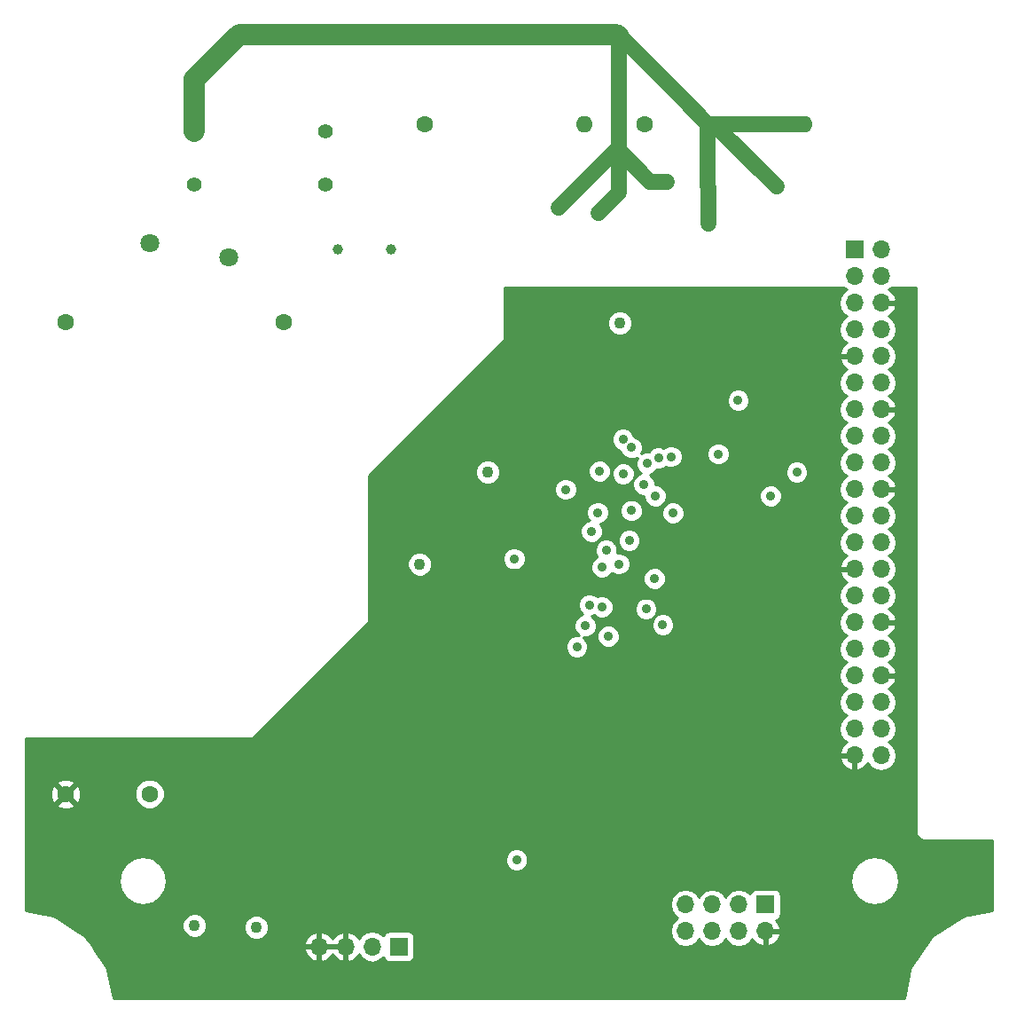
<source format=gbr>
G04 #@! TF.FileFunction,Copper,L2,Inr,Plane*
%FSLAX46Y46*%
G04 Gerber Fmt 4.6, Leading zero omitted, Abs format (unit mm)*
G04 Created by KiCad (PCBNEW 4.0.7) date Fri May 11 12:16:42 2018*
%MOMM*%
%LPD*%
G01*
G04 APERTURE LIST*
%ADD10C,0.100000*%
%ADD11C,1.800000*%
%ADD12C,1.000000*%
%ADD13C,1.400000*%
%ADD14R,1.700000X1.700000*%
%ADD15O,1.700000X1.700000*%
%ADD16C,1.600000*%
%ADD17O,1.600000X1.600000*%
%ADD18C,1.100000*%
%ADD19C,0.900000*%
%ADD20C,1.500000*%
%ADD21C,2.000000*%
%ADD22C,0.254000*%
G04 APERTURE END LIST*
D10*
D11*
X115750000Y-89250000D03*
X108250000Y-87850000D03*
D12*
X131290000Y-88500000D03*
X126210000Y-88500000D03*
D13*
X125000000Y-82290000D03*
X125000000Y-77210000D03*
X112500000Y-82290000D03*
X112500000Y-77210000D03*
D14*
X132000000Y-155000000D03*
D15*
X129460000Y-155000000D03*
X126920000Y-155000000D03*
X124380000Y-155000000D03*
D16*
X155500000Y-76500000D03*
D17*
X170740000Y-76500000D03*
D16*
X134500000Y-76500000D03*
D17*
X149740000Y-76500000D03*
D14*
X167000000Y-151000000D03*
D15*
X167000000Y-153540000D03*
X164460000Y-151000000D03*
X164460000Y-153540000D03*
X161920000Y-151000000D03*
X161920000Y-153540000D03*
X159380000Y-151000000D03*
X159380000Y-153540000D03*
D14*
X175500000Y-88500000D03*
D15*
X178040000Y-88500000D03*
X175500000Y-91040000D03*
X178040000Y-91040000D03*
X175500000Y-93580000D03*
X178040000Y-93580000D03*
X175500000Y-96120000D03*
X178040000Y-96120000D03*
X175500000Y-98660000D03*
X178040000Y-98660000D03*
X175500000Y-101200000D03*
X178040000Y-101200000D03*
X175500000Y-103740000D03*
X178040000Y-103740000D03*
X175500000Y-106280000D03*
X178040000Y-106280000D03*
X175500000Y-108820000D03*
X178040000Y-108820000D03*
X175500000Y-111360000D03*
X178040000Y-111360000D03*
X175500000Y-113900000D03*
X178040000Y-113900000D03*
X175500000Y-116440000D03*
X178040000Y-116440000D03*
X175500000Y-118980000D03*
X178040000Y-118980000D03*
X175500000Y-121520000D03*
X178040000Y-121520000D03*
X175500000Y-124060000D03*
X178040000Y-124060000D03*
X175500000Y-126600000D03*
X178040000Y-126600000D03*
X175500000Y-129140000D03*
X178040000Y-129140000D03*
X175500000Y-131680000D03*
X178040000Y-131680000D03*
X175500000Y-134220000D03*
X178040000Y-134220000D03*
X175500000Y-136760000D03*
X178040000Y-136760000D03*
D16*
X108200000Y-140450000D03*
X100200000Y-140450000D03*
X121000000Y-95450000D03*
X100200000Y-95450000D03*
D18*
X161580000Y-86010000D03*
X168080000Y-82510000D03*
X147250000Y-84500000D03*
X157580000Y-82010000D03*
X151080000Y-85010000D03*
X119000000Y-155750000D03*
D19*
X142830000Y-94510000D03*
X145830000Y-95510000D03*
X148580000Y-96510000D03*
X150830000Y-93760000D03*
X169080000Y-96260000D03*
X161580000Y-94260000D03*
X159830000Y-93510000D03*
D18*
X116600000Y-147400000D03*
D19*
X149000000Y-108000000D03*
X154000000Y-114800000D03*
X142250000Y-120000000D03*
X163670000Y-120890000D03*
X162170000Y-126390000D03*
X143300000Y-154500000D03*
X149300000Y-154500000D03*
X146300000Y-154500000D03*
X145420000Y-113390000D03*
X152420000Y-107890000D03*
X144170000Y-104890000D03*
X159920000Y-115140000D03*
X153670000Y-122890000D03*
X157200000Y-124300000D03*
X164400000Y-102900000D03*
X155600000Y-122800000D03*
X143000000Y-118000000D03*
X156420000Y-119890000D03*
X153420000Y-109890000D03*
X147920000Y-111390000D03*
X158170000Y-113640000D03*
D18*
X112500000Y-153000000D03*
X118400000Y-153200000D03*
X140500000Y-109750000D03*
X134000000Y-118500000D03*
X153080000Y-95510000D03*
D19*
X143250000Y-146750000D03*
X150400000Y-115400000D03*
X153400000Y-106600000D03*
X152000000Y-125400000D03*
X151800000Y-117200000D03*
X151400000Y-118800000D03*
X151400000Y-122600000D03*
X149800000Y-124400000D03*
X150200000Y-122400000D03*
X151170000Y-109640000D03*
X149000000Y-126400000D03*
X154000000Y-116250000D03*
X170000000Y-109750000D03*
X167500000Y-112000000D03*
X153000000Y-118500000D03*
X162500000Y-108000000D03*
X154200000Y-113400000D03*
X158000000Y-108250000D03*
X156500000Y-112000000D03*
X156800000Y-108400000D03*
X155700000Y-108900000D03*
X155400000Y-110900000D03*
X154200000Y-107400000D03*
X151000000Y-113600000D03*
D20*
X161500000Y-76500000D02*
X162070000Y-76500000D01*
X162070000Y-76500000D02*
X168080000Y-82510000D01*
X161500000Y-76500000D02*
X161500000Y-82500000D01*
X161500000Y-82500000D02*
X161580000Y-82580000D01*
X159000000Y-74000000D02*
X161500000Y-76500000D01*
X161500000Y-76500000D02*
X168000000Y-76500000D01*
X161580000Y-86010000D02*
X161580000Y-82580000D01*
X153000000Y-68000000D02*
X159000000Y-74000000D01*
X153000000Y-78750000D02*
X153000000Y-79000000D01*
X156010000Y-82010000D02*
X157580000Y-82010000D01*
X153000000Y-79000000D02*
X156010000Y-82010000D01*
X153000000Y-78000000D02*
X153000000Y-78750000D01*
X153000000Y-78750000D02*
X153000000Y-78750000D01*
X153000000Y-78750000D02*
X147250000Y-84500000D01*
X170740000Y-76500000D02*
X168000000Y-76500000D01*
D21*
X112500000Y-77210000D02*
X112500000Y-72250000D01*
X112500000Y-72250000D02*
X116750000Y-68000000D01*
X116750000Y-68000000D02*
X152800000Y-68000000D01*
X152800000Y-68000000D02*
X153000000Y-68200000D01*
D20*
X153000000Y-68000000D02*
X153000000Y-68200000D01*
X153000000Y-68200000D02*
X153000000Y-76500000D01*
X153000000Y-76500000D02*
X153000000Y-78000000D01*
X153000000Y-78000000D02*
X153000000Y-80500000D01*
X153000000Y-80500000D02*
X153000000Y-83000000D01*
X153000000Y-83000000D02*
X153000000Y-83090000D01*
X153000000Y-83090000D02*
X151080000Y-85010000D01*
X116750000Y-68000000D02*
X112500000Y-72250000D01*
D22*
G36*
X174750026Y-92310000D02*
X174420853Y-92529946D01*
X174098946Y-93011715D01*
X173985907Y-93580000D01*
X174098946Y-94148285D01*
X174420853Y-94630054D01*
X174750026Y-94850000D01*
X174420853Y-95069946D01*
X174098946Y-95551715D01*
X173985907Y-96120000D01*
X174098946Y-96688285D01*
X174420853Y-97170054D01*
X174761553Y-97397702D01*
X174618642Y-97464817D01*
X174228355Y-97893076D01*
X174058524Y-98303110D01*
X174179845Y-98533000D01*
X175373000Y-98533000D01*
X175373000Y-98513000D01*
X175627000Y-98513000D01*
X175627000Y-98533000D01*
X175647000Y-98533000D01*
X175647000Y-98787000D01*
X175627000Y-98787000D01*
X175627000Y-98807000D01*
X175373000Y-98807000D01*
X175373000Y-98787000D01*
X174179845Y-98787000D01*
X174058524Y-99016890D01*
X174228355Y-99426924D01*
X174618642Y-99855183D01*
X174761553Y-99922298D01*
X174420853Y-100149946D01*
X174098946Y-100631715D01*
X173985907Y-101200000D01*
X174098946Y-101768285D01*
X174420853Y-102250054D01*
X174750026Y-102470000D01*
X174420853Y-102689946D01*
X174098946Y-103171715D01*
X173985907Y-103740000D01*
X174098946Y-104308285D01*
X174420853Y-104790054D01*
X174750026Y-105010000D01*
X174420853Y-105229946D01*
X174098946Y-105711715D01*
X173985907Y-106280000D01*
X174098946Y-106848285D01*
X174420853Y-107330054D01*
X174750026Y-107550000D01*
X174420853Y-107769946D01*
X174098946Y-108251715D01*
X173985907Y-108820000D01*
X174098946Y-109388285D01*
X174420853Y-109870054D01*
X174750026Y-110090000D01*
X174420853Y-110309946D01*
X174098946Y-110791715D01*
X173985907Y-111360000D01*
X174098946Y-111928285D01*
X174420853Y-112410054D01*
X174750026Y-112630000D01*
X174420853Y-112849946D01*
X174098946Y-113331715D01*
X173985907Y-113900000D01*
X174098946Y-114468285D01*
X174420853Y-114950054D01*
X174750026Y-115170000D01*
X174420853Y-115389946D01*
X174098946Y-115871715D01*
X173985907Y-116440000D01*
X174098946Y-117008285D01*
X174420853Y-117490054D01*
X174761553Y-117717702D01*
X174618642Y-117784817D01*
X174228355Y-118213076D01*
X174058524Y-118623110D01*
X174179845Y-118853000D01*
X175373000Y-118853000D01*
X175373000Y-118833000D01*
X175627000Y-118833000D01*
X175627000Y-118853000D01*
X175647000Y-118853000D01*
X175647000Y-119107000D01*
X175627000Y-119107000D01*
X175627000Y-119127000D01*
X175373000Y-119127000D01*
X175373000Y-119107000D01*
X174179845Y-119107000D01*
X174058524Y-119336890D01*
X174228355Y-119746924D01*
X174618642Y-120175183D01*
X174761553Y-120242298D01*
X174420853Y-120469946D01*
X174098946Y-120951715D01*
X173985907Y-121520000D01*
X174098946Y-122088285D01*
X174420853Y-122570054D01*
X174750026Y-122790000D01*
X174420853Y-123009946D01*
X174098946Y-123491715D01*
X173985907Y-124060000D01*
X174098946Y-124628285D01*
X174420853Y-125110054D01*
X174750026Y-125330000D01*
X174420853Y-125549946D01*
X174098946Y-126031715D01*
X173985907Y-126600000D01*
X174098946Y-127168285D01*
X174420853Y-127650054D01*
X174750026Y-127870000D01*
X174420853Y-128089946D01*
X174098946Y-128571715D01*
X173985907Y-129140000D01*
X174098946Y-129708285D01*
X174420853Y-130190054D01*
X174750026Y-130410000D01*
X174420853Y-130629946D01*
X174098946Y-131111715D01*
X173985907Y-131680000D01*
X174098946Y-132248285D01*
X174420853Y-132730054D01*
X174750026Y-132950000D01*
X174420853Y-133169946D01*
X174098946Y-133651715D01*
X173985907Y-134220000D01*
X174098946Y-134788285D01*
X174420853Y-135270054D01*
X174761553Y-135497702D01*
X174618642Y-135564817D01*
X174228355Y-135993076D01*
X174058524Y-136403110D01*
X174179845Y-136633000D01*
X175373000Y-136633000D01*
X175373000Y-136613000D01*
X175627000Y-136613000D01*
X175627000Y-136633000D01*
X175647000Y-136633000D01*
X175647000Y-136887000D01*
X175627000Y-136887000D01*
X175627000Y-138080819D01*
X175856892Y-138201486D01*
X176381358Y-137955183D01*
X176771645Y-137526924D01*
X176771655Y-137526899D01*
X176960853Y-137810054D01*
X177442622Y-138131961D01*
X178010907Y-138245000D01*
X178069093Y-138245000D01*
X178637378Y-138131961D01*
X179119147Y-137810054D01*
X179441054Y-137328285D01*
X179554093Y-136760000D01*
X179441054Y-136191715D01*
X179119147Y-135709946D01*
X178789974Y-135490000D01*
X179119147Y-135270054D01*
X179441054Y-134788285D01*
X179554093Y-134220000D01*
X179441054Y-133651715D01*
X179119147Y-133169946D01*
X178789974Y-132950000D01*
X179119147Y-132730054D01*
X179441054Y-132248285D01*
X179554093Y-131680000D01*
X179441054Y-131111715D01*
X179119147Y-130629946D01*
X178778447Y-130402298D01*
X178921358Y-130335183D01*
X179311645Y-129906924D01*
X179481476Y-129496890D01*
X179360155Y-129267000D01*
X178167000Y-129267000D01*
X178167000Y-129287000D01*
X177913000Y-129287000D01*
X177913000Y-129267000D01*
X177893000Y-129267000D01*
X177893000Y-129013000D01*
X177913000Y-129013000D01*
X177913000Y-128993000D01*
X178167000Y-128993000D01*
X178167000Y-129013000D01*
X179360155Y-129013000D01*
X179481476Y-128783110D01*
X179311645Y-128373076D01*
X178921358Y-127944817D01*
X178778447Y-127877702D01*
X179119147Y-127650054D01*
X179441054Y-127168285D01*
X179554093Y-126600000D01*
X179441054Y-126031715D01*
X179119147Y-125549946D01*
X178778447Y-125322298D01*
X178921358Y-125255183D01*
X179311645Y-124826924D01*
X179481476Y-124416890D01*
X179360155Y-124187000D01*
X178167000Y-124187000D01*
X178167000Y-124207000D01*
X177913000Y-124207000D01*
X177913000Y-124187000D01*
X177893000Y-124187000D01*
X177893000Y-123933000D01*
X177913000Y-123933000D01*
X177913000Y-123913000D01*
X178167000Y-123913000D01*
X178167000Y-123933000D01*
X179360155Y-123933000D01*
X179481476Y-123703110D01*
X179311645Y-123293076D01*
X178921358Y-122864817D01*
X178778447Y-122797702D01*
X179119147Y-122570054D01*
X179441054Y-122088285D01*
X179554093Y-121520000D01*
X179441054Y-120951715D01*
X179119147Y-120469946D01*
X178789974Y-120250000D01*
X179119147Y-120030054D01*
X179441054Y-119548285D01*
X179554093Y-118980000D01*
X179441054Y-118411715D01*
X179119147Y-117929946D01*
X178789974Y-117710000D01*
X179119147Y-117490054D01*
X179441054Y-117008285D01*
X179554093Y-116440000D01*
X179441054Y-115871715D01*
X179119147Y-115389946D01*
X178789974Y-115170000D01*
X179119147Y-114950054D01*
X179441054Y-114468285D01*
X179554093Y-113900000D01*
X179441054Y-113331715D01*
X179119147Y-112849946D01*
X178778447Y-112622298D01*
X178921358Y-112555183D01*
X179311645Y-112126924D01*
X179481476Y-111716890D01*
X179360155Y-111487000D01*
X178167000Y-111487000D01*
X178167000Y-111507000D01*
X177913000Y-111507000D01*
X177913000Y-111487000D01*
X177893000Y-111487000D01*
X177893000Y-111233000D01*
X177913000Y-111233000D01*
X177913000Y-111213000D01*
X178167000Y-111213000D01*
X178167000Y-111233000D01*
X179360155Y-111233000D01*
X179481476Y-111003110D01*
X179311645Y-110593076D01*
X178921358Y-110164817D01*
X178778447Y-110097702D01*
X179119147Y-109870054D01*
X179441054Y-109388285D01*
X179554093Y-108820000D01*
X179441054Y-108251715D01*
X179119147Y-107769946D01*
X178789974Y-107550000D01*
X179119147Y-107330054D01*
X179441054Y-106848285D01*
X179554093Y-106280000D01*
X179441054Y-105711715D01*
X179119147Y-105229946D01*
X178778447Y-105002298D01*
X178921358Y-104935183D01*
X179311645Y-104506924D01*
X179481476Y-104096890D01*
X179360155Y-103867000D01*
X178167000Y-103867000D01*
X178167000Y-103887000D01*
X177913000Y-103887000D01*
X177913000Y-103867000D01*
X177893000Y-103867000D01*
X177893000Y-103613000D01*
X177913000Y-103613000D01*
X177913000Y-103593000D01*
X178167000Y-103593000D01*
X178167000Y-103613000D01*
X179360155Y-103613000D01*
X179481476Y-103383110D01*
X179311645Y-102973076D01*
X178921358Y-102544817D01*
X178778447Y-102477702D01*
X179119147Y-102250054D01*
X179441054Y-101768285D01*
X179554093Y-101200000D01*
X179441054Y-100631715D01*
X179119147Y-100149946D01*
X178789974Y-99930000D01*
X179119147Y-99710054D01*
X179441054Y-99228285D01*
X179554093Y-98660000D01*
X179441054Y-98091715D01*
X179119147Y-97609946D01*
X178789974Y-97390000D01*
X179119147Y-97170054D01*
X179441054Y-96688285D01*
X179554093Y-96120000D01*
X179441054Y-95551715D01*
X179119147Y-95069946D01*
X178778447Y-94842298D01*
X178921358Y-94775183D01*
X179311645Y-94346924D01*
X179481476Y-93936890D01*
X179360155Y-93707000D01*
X178167000Y-93707000D01*
X178167000Y-93727000D01*
X177913000Y-93727000D01*
X177913000Y-93707000D01*
X177893000Y-93707000D01*
X177893000Y-93453000D01*
X177913000Y-93453000D01*
X177913000Y-93433000D01*
X178167000Y-93433000D01*
X178167000Y-93453000D01*
X179360155Y-93453000D01*
X179481476Y-93223110D01*
X179311645Y-92813076D01*
X178921358Y-92384817D01*
X178778447Y-92317702D01*
X179063853Y-92127000D01*
X181390000Y-92127000D01*
X181390000Y-144150000D01*
X181444046Y-144421705D01*
X181597954Y-144652046D01*
X181828295Y-144805954D01*
X182100000Y-144860000D01*
X188640000Y-144860000D01*
X188640000Y-151567318D01*
X185958677Y-152100666D01*
X185866262Y-152138946D01*
X185702736Y-152206680D01*
X182945137Y-154049249D01*
X182749249Y-154245137D01*
X180906681Y-157002736D01*
X180906681Y-157002737D01*
X180800666Y-157258677D01*
X180267318Y-159940000D01*
X104732682Y-159940000D01*
X104199334Y-157258677D01*
X104146326Y-157130706D01*
X104093320Y-157002736D01*
X102993603Y-155356892D01*
X122938514Y-155356892D01*
X123184817Y-155881358D01*
X123613076Y-156271645D01*
X124023110Y-156441476D01*
X124253000Y-156320155D01*
X124253000Y-155127000D01*
X124507000Y-155127000D01*
X124507000Y-156320155D01*
X124736890Y-156441476D01*
X125146924Y-156271645D01*
X125575183Y-155881358D01*
X125650000Y-155722046D01*
X125724817Y-155881358D01*
X126153076Y-156271645D01*
X126563110Y-156441476D01*
X126793000Y-156320155D01*
X126793000Y-155127000D01*
X124507000Y-155127000D01*
X124253000Y-155127000D01*
X123059181Y-155127000D01*
X122938514Y-155356892D01*
X102993603Y-155356892D01*
X102516668Y-154643108D01*
X122938514Y-154643108D01*
X123059181Y-154873000D01*
X124253000Y-154873000D01*
X124253000Y-153679845D01*
X124507000Y-153679845D01*
X124507000Y-154873000D01*
X126793000Y-154873000D01*
X126793000Y-153679845D01*
X127047000Y-153679845D01*
X127047000Y-154873000D01*
X127067000Y-154873000D01*
X127067000Y-155127000D01*
X127047000Y-155127000D01*
X127047000Y-156320155D01*
X127276890Y-156441476D01*
X127686924Y-156271645D01*
X128115183Y-155881358D01*
X128182298Y-155738447D01*
X128409946Y-156079147D01*
X128891715Y-156401054D01*
X129460000Y-156514093D01*
X130028285Y-156401054D01*
X130510054Y-156079147D01*
X130537850Y-156037548D01*
X130546838Y-156085317D01*
X130685910Y-156301441D01*
X130898110Y-156446431D01*
X131150000Y-156497440D01*
X132850000Y-156497440D01*
X133085317Y-156453162D01*
X133301441Y-156314090D01*
X133446431Y-156101890D01*
X133497440Y-155850000D01*
X133497440Y-154150000D01*
X133453162Y-153914683D01*
X133314090Y-153698559D01*
X133101890Y-153553569D01*
X132850000Y-153502560D01*
X131150000Y-153502560D01*
X130914683Y-153546838D01*
X130698559Y-153685910D01*
X130553569Y-153898110D01*
X130539914Y-153965541D01*
X130510054Y-153920853D01*
X130028285Y-153598946D01*
X129460000Y-153485907D01*
X128891715Y-153598946D01*
X128409946Y-153920853D01*
X128182298Y-154261553D01*
X128115183Y-154118642D01*
X127686924Y-153728355D01*
X127276890Y-153558524D01*
X127047000Y-153679845D01*
X126793000Y-153679845D01*
X126563110Y-153558524D01*
X126153076Y-153728355D01*
X125724817Y-154118642D01*
X125650000Y-154277954D01*
X125575183Y-154118642D01*
X125146924Y-153728355D01*
X124736890Y-153558524D01*
X124507000Y-153679845D01*
X124253000Y-153679845D01*
X124023110Y-153558524D01*
X123613076Y-153728355D01*
X123184817Y-154118642D01*
X122938514Y-154643108D01*
X102516668Y-154643108D01*
X102250751Y-154245137D01*
X102054863Y-154049249D01*
X100835770Y-153234677D01*
X111314794Y-153234677D01*
X111494820Y-153670372D01*
X111827875Y-154004009D01*
X112263255Y-154184794D01*
X112734677Y-154185206D01*
X113170372Y-154005180D01*
X113504009Y-153672125D01*
X113602605Y-153434677D01*
X117214794Y-153434677D01*
X117394820Y-153870372D01*
X117727875Y-154204009D01*
X118163255Y-154384794D01*
X118634677Y-154385206D01*
X119070372Y-154205180D01*
X119404009Y-153872125D01*
X119584794Y-153436745D01*
X119585206Y-152965323D01*
X119405180Y-152529628D01*
X119072125Y-152195991D01*
X118636745Y-152015206D01*
X118165323Y-152014794D01*
X117729628Y-152194820D01*
X117395991Y-152527875D01*
X117215206Y-152963255D01*
X117214794Y-153434677D01*
X113602605Y-153434677D01*
X113684794Y-153236745D01*
X113685206Y-152765323D01*
X113505180Y-152329628D01*
X113172125Y-151995991D01*
X112736745Y-151815206D01*
X112265323Y-151814794D01*
X111829628Y-151994820D01*
X111495991Y-152327875D01*
X111315206Y-152763255D01*
X111314794Y-153234677D01*
X100835770Y-153234677D01*
X99297264Y-152206681D01*
X99160424Y-152150000D01*
X99041323Y-152100666D01*
X96360000Y-151567318D01*
X96360000Y-148738000D01*
X105252600Y-148738000D01*
X105428438Y-149621999D01*
X105929183Y-150371417D01*
X106678601Y-150872162D01*
X107562600Y-151048000D01*
X107950173Y-150970907D01*
X157895000Y-150970907D01*
X157895000Y-151029093D01*
X158008039Y-151597378D01*
X158329946Y-152079147D01*
X158615578Y-152270000D01*
X158329946Y-152460853D01*
X158008039Y-152942622D01*
X157895000Y-153510907D01*
X157895000Y-153569093D01*
X158008039Y-154137378D01*
X158329946Y-154619147D01*
X158811715Y-154941054D01*
X159380000Y-155054093D01*
X159948285Y-154941054D01*
X160430054Y-154619147D01*
X160650000Y-154289974D01*
X160869946Y-154619147D01*
X161351715Y-154941054D01*
X161920000Y-155054093D01*
X162488285Y-154941054D01*
X162970054Y-154619147D01*
X163190000Y-154289974D01*
X163409946Y-154619147D01*
X163891715Y-154941054D01*
X164460000Y-155054093D01*
X165028285Y-154941054D01*
X165510054Y-154619147D01*
X165737702Y-154278447D01*
X165804817Y-154421358D01*
X166233076Y-154811645D01*
X166643110Y-154981476D01*
X166873000Y-154860155D01*
X166873000Y-153667000D01*
X167127000Y-153667000D01*
X167127000Y-154860155D01*
X167356890Y-154981476D01*
X167766924Y-154811645D01*
X168195183Y-154421358D01*
X168441486Y-153896892D01*
X168320819Y-153667000D01*
X167127000Y-153667000D01*
X166873000Y-153667000D01*
X166853000Y-153667000D01*
X166853000Y-153413000D01*
X166873000Y-153413000D01*
X166873000Y-153393000D01*
X167127000Y-153393000D01*
X167127000Y-153413000D01*
X168320819Y-153413000D01*
X168441486Y-153183108D01*
X168195183Y-152658642D01*
X167989496Y-152471192D01*
X168085317Y-152453162D01*
X168301441Y-152314090D01*
X168446431Y-152101890D01*
X168497440Y-151850000D01*
X168497440Y-150150000D01*
X168453162Y-149914683D01*
X168314090Y-149698559D01*
X168101890Y-149553569D01*
X167850000Y-149502560D01*
X166150000Y-149502560D01*
X165914683Y-149546838D01*
X165698559Y-149685910D01*
X165553569Y-149898110D01*
X165539914Y-149965541D01*
X165510054Y-149920853D01*
X165028285Y-149598946D01*
X164460000Y-149485907D01*
X163891715Y-149598946D01*
X163409946Y-149920853D01*
X163190000Y-150250026D01*
X162970054Y-149920853D01*
X162488285Y-149598946D01*
X161920000Y-149485907D01*
X161351715Y-149598946D01*
X160869946Y-149920853D01*
X160650000Y-150250026D01*
X160430054Y-149920853D01*
X159948285Y-149598946D01*
X159380000Y-149485907D01*
X158811715Y-149598946D01*
X158329946Y-149920853D01*
X158008039Y-150402622D01*
X157895000Y-150970907D01*
X107950173Y-150970907D01*
X108446599Y-150872162D01*
X109196017Y-150371417D01*
X109696762Y-149621999D01*
X109872600Y-148738000D01*
X175127400Y-148738000D01*
X175303238Y-149621999D01*
X175803983Y-150371417D01*
X176553401Y-150872162D01*
X177437400Y-151048000D01*
X178321399Y-150872162D01*
X179070817Y-150371417D01*
X179571562Y-149621999D01*
X179747400Y-148738000D01*
X179571562Y-147854001D01*
X179070817Y-147104583D01*
X178321399Y-146603838D01*
X177437400Y-146428000D01*
X176553401Y-146603838D01*
X175803983Y-147104583D01*
X175303238Y-147854001D01*
X175127400Y-148738000D01*
X109872600Y-148738000D01*
X109696762Y-147854001D01*
X109196017Y-147104583D01*
X108986927Y-146964873D01*
X142164812Y-146964873D01*
X142329646Y-147363800D01*
X142634595Y-147669282D01*
X143033233Y-147834811D01*
X143464873Y-147835188D01*
X143863800Y-147670354D01*
X144169282Y-147365405D01*
X144334811Y-146966767D01*
X144335188Y-146535127D01*
X144170354Y-146136200D01*
X143865405Y-145830718D01*
X143466767Y-145665189D01*
X143035127Y-145664812D01*
X142636200Y-145829646D01*
X142330718Y-146134595D01*
X142165189Y-146533233D01*
X142164812Y-146964873D01*
X108986927Y-146964873D01*
X108446599Y-146603838D01*
X107562600Y-146428000D01*
X106678601Y-146603838D01*
X105929183Y-147104583D01*
X105428438Y-147854001D01*
X105252600Y-148738000D01*
X96360000Y-148738000D01*
X96360000Y-141457745D01*
X99371861Y-141457745D01*
X99445995Y-141703864D01*
X99983223Y-141896965D01*
X100553454Y-141869778D01*
X100954005Y-141703864D01*
X101028139Y-141457745D01*
X100200000Y-140629605D01*
X99371861Y-141457745D01*
X96360000Y-141457745D01*
X96360000Y-140233223D01*
X98753035Y-140233223D01*
X98780222Y-140803454D01*
X98946136Y-141204005D01*
X99192255Y-141278139D01*
X100020395Y-140450000D01*
X100379605Y-140450000D01*
X101207745Y-141278139D01*
X101453864Y-141204005D01*
X101622735Y-140734187D01*
X106764752Y-140734187D01*
X106982757Y-141261800D01*
X107386077Y-141665824D01*
X107913309Y-141884750D01*
X108484187Y-141885248D01*
X109011800Y-141667243D01*
X109415824Y-141263923D01*
X109634750Y-140736691D01*
X109635248Y-140165813D01*
X109417243Y-139638200D01*
X109013923Y-139234176D01*
X108486691Y-139015250D01*
X107915813Y-139014752D01*
X107388200Y-139232757D01*
X106984176Y-139636077D01*
X106765250Y-140163309D01*
X106764752Y-140734187D01*
X101622735Y-140734187D01*
X101646965Y-140666777D01*
X101619778Y-140096546D01*
X101453864Y-139695995D01*
X101207745Y-139621861D01*
X100379605Y-140450000D01*
X100020395Y-140450000D01*
X99192255Y-139621861D01*
X98946136Y-139695995D01*
X98753035Y-140233223D01*
X96360000Y-140233223D01*
X96360000Y-139442255D01*
X99371861Y-139442255D01*
X100200000Y-140270395D01*
X101028139Y-139442255D01*
X100954005Y-139196136D01*
X100416777Y-139003035D01*
X99846546Y-139030222D01*
X99445995Y-139196136D01*
X99371861Y-139442255D01*
X96360000Y-139442255D01*
X96360000Y-137116890D01*
X174058524Y-137116890D01*
X174228355Y-137526924D01*
X174618642Y-137955183D01*
X175143108Y-138201486D01*
X175373000Y-138080819D01*
X175373000Y-136887000D01*
X174179845Y-136887000D01*
X174058524Y-137116890D01*
X96360000Y-137116890D01*
X96360000Y-135127000D01*
X118000000Y-135127000D01*
X118049410Y-135116994D01*
X118089803Y-135089803D01*
X126564733Y-126614873D01*
X147914812Y-126614873D01*
X148079646Y-127013800D01*
X148384595Y-127319282D01*
X148783233Y-127484811D01*
X149214873Y-127485188D01*
X149613800Y-127320354D01*
X149919282Y-127015405D01*
X150084811Y-126616767D01*
X150085188Y-126185127D01*
X149920354Y-125786200D01*
X149749326Y-125614873D01*
X150914812Y-125614873D01*
X151079646Y-126013800D01*
X151384595Y-126319282D01*
X151783233Y-126484811D01*
X152214873Y-126485188D01*
X152613800Y-126320354D01*
X152919282Y-126015405D01*
X153084811Y-125616767D01*
X153085188Y-125185127D01*
X152920354Y-124786200D01*
X152649501Y-124514873D01*
X156114812Y-124514873D01*
X156279646Y-124913800D01*
X156584595Y-125219282D01*
X156983233Y-125384811D01*
X157414873Y-125385188D01*
X157813800Y-125220354D01*
X158119282Y-124915405D01*
X158284811Y-124516767D01*
X158285188Y-124085127D01*
X158120354Y-123686200D01*
X157815405Y-123380718D01*
X157416767Y-123215189D01*
X156985127Y-123214812D01*
X156586200Y-123379646D01*
X156280718Y-123684595D01*
X156115189Y-124083233D01*
X156114812Y-124514873D01*
X152649501Y-124514873D01*
X152615405Y-124480718D01*
X152216767Y-124315189D01*
X151785127Y-124314812D01*
X151386200Y-124479646D01*
X151080718Y-124784595D01*
X150915189Y-125183233D01*
X150914812Y-125614873D01*
X149749326Y-125614873D01*
X149619522Y-125484843D01*
X150014873Y-125485188D01*
X150413800Y-125320354D01*
X150719282Y-125015405D01*
X150884811Y-124616767D01*
X150885188Y-124185127D01*
X150720354Y-123786200D01*
X150418409Y-123483727D01*
X150652532Y-123386989D01*
X150784595Y-123519282D01*
X151183233Y-123684811D01*
X151614873Y-123685188D01*
X152013800Y-123520354D01*
X152319282Y-123215405D01*
X152402550Y-123014873D01*
X154514812Y-123014873D01*
X154679646Y-123413800D01*
X154984595Y-123719282D01*
X155383233Y-123884811D01*
X155814873Y-123885188D01*
X156213800Y-123720354D01*
X156519282Y-123415405D01*
X156684811Y-123016767D01*
X156685188Y-122585127D01*
X156520354Y-122186200D01*
X156215405Y-121880718D01*
X155816767Y-121715189D01*
X155385127Y-121714812D01*
X154986200Y-121879646D01*
X154680718Y-122184595D01*
X154515189Y-122583233D01*
X154514812Y-123014873D01*
X152402550Y-123014873D01*
X152484811Y-122816767D01*
X152485188Y-122385127D01*
X152320354Y-121986200D01*
X152015405Y-121680718D01*
X151616767Y-121515189D01*
X151185127Y-121514812D01*
X150947468Y-121613011D01*
X150815405Y-121480718D01*
X150416767Y-121315189D01*
X149985127Y-121314812D01*
X149586200Y-121479646D01*
X149280718Y-121784595D01*
X149115189Y-122183233D01*
X149114812Y-122614873D01*
X149279646Y-123013800D01*
X149581591Y-123316273D01*
X149186200Y-123479646D01*
X148880718Y-123784595D01*
X148715189Y-124183233D01*
X148714812Y-124614873D01*
X148879646Y-125013800D01*
X149180478Y-125315157D01*
X148785127Y-125314812D01*
X148386200Y-125479646D01*
X148080718Y-125784595D01*
X147915189Y-126183233D01*
X147914812Y-126614873D01*
X126564733Y-126614873D01*
X129089803Y-124089803D01*
X129117666Y-124047789D01*
X129127000Y-124000000D01*
X129127000Y-120104873D01*
X155334812Y-120104873D01*
X155499646Y-120503800D01*
X155804595Y-120809282D01*
X156203233Y-120974811D01*
X156634873Y-120975188D01*
X157033800Y-120810354D01*
X157339282Y-120505405D01*
X157504811Y-120106767D01*
X157505188Y-119675127D01*
X157340354Y-119276200D01*
X157035405Y-118970718D01*
X156636767Y-118805189D01*
X156205127Y-118804812D01*
X155806200Y-118969646D01*
X155500718Y-119274595D01*
X155335189Y-119673233D01*
X155334812Y-120104873D01*
X129127000Y-120104873D01*
X129127000Y-118734677D01*
X132814794Y-118734677D01*
X132994820Y-119170372D01*
X133327875Y-119504009D01*
X133763255Y-119684794D01*
X134234677Y-119685206D01*
X134670372Y-119505180D01*
X135004009Y-119172125D01*
X135184794Y-118736745D01*
X135185206Y-118265323D01*
X135164361Y-118214873D01*
X141914812Y-118214873D01*
X142079646Y-118613800D01*
X142384595Y-118919282D01*
X142783233Y-119084811D01*
X143214873Y-119085188D01*
X143385047Y-119014873D01*
X150314812Y-119014873D01*
X150479646Y-119413800D01*
X150784595Y-119719282D01*
X151183233Y-119884811D01*
X151614873Y-119885188D01*
X152013800Y-119720354D01*
X152319282Y-119415405D01*
X152337332Y-119371936D01*
X152384595Y-119419282D01*
X152783233Y-119584811D01*
X153214873Y-119585188D01*
X153613800Y-119420354D01*
X153919282Y-119115405D01*
X154084811Y-118716767D01*
X154085188Y-118285127D01*
X153920354Y-117886200D01*
X153615405Y-117580718D01*
X153216767Y-117415189D01*
X152884813Y-117414899D01*
X152885188Y-116985127D01*
X152720354Y-116586200D01*
X152599239Y-116464873D01*
X152914812Y-116464873D01*
X153079646Y-116863800D01*
X153384595Y-117169282D01*
X153783233Y-117334811D01*
X154214873Y-117335188D01*
X154613800Y-117170354D01*
X154919282Y-116865405D01*
X155084811Y-116466767D01*
X155085188Y-116035127D01*
X154920354Y-115636200D01*
X154615405Y-115330718D01*
X154216767Y-115165189D01*
X153785127Y-115164812D01*
X153386200Y-115329646D01*
X153080718Y-115634595D01*
X152915189Y-116033233D01*
X152914812Y-116464873D01*
X152599239Y-116464873D01*
X152415405Y-116280718D01*
X152016767Y-116115189D01*
X151585127Y-116114812D01*
X151186200Y-116279646D01*
X150880718Y-116584595D01*
X150715189Y-116983233D01*
X150714812Y-117414873D01*
X150879646Y-117813800D01*
X150898894Y-117833082D01*
X150786200Y-117879646D01*
X150480718Y-118184595D01*
X150315189Y-118583233D01*
X150314812Y-119014873D01*
X143385047Y-119014873D01*
X143613800Y-118920354D01*
X143919282Y-118615405D01*
X144084811Y-118216767D01*
X144085188Y-117785127D01*
X143920354Y-117386200D01*
X143615405Y-117080718D01*
X143216767Y-116915189D01*
X142785127Y-116914812D01*
X142386200Y-117079646D01*
X142080718Y-117384595D01*
X141915189Y-117783233D01*
X141914812Y-118214873D01*
X135164361Y-118214873D01*
X135005180Y-117829628D01*
X134672125Y-117495991D01*
X134236745Y-117315206D01*
X133765323Y-117314794D01*
X133329628Y-117494820D01*
X132995991Y-117827875D01*
X132815206Y-118263255D01*
X132814794Y-118734677D01*
X129127000Y-118734677D01*
X129127000Y-115614873D01*
X149314812Y-115614873D01*
X149479646Y-116013800D01*
X149784595Y-116319282D01*
X150183233Y-116484811D01*
X150614873Y-116485188D01*
X151013800Y-116320354D01*
X151319282Y-116015405D01*
X151484811Y-115616767D01*
X151485188Y-115185127D01*
X151320354Y-114786200D01*
X151218162Y-114683829D01*
X151613800Y-114520354D01*
X151919282Y-114215405D01*
X152084811Y-113816767D01*
X152084987Y-113614873D01*
X153114812Y-113614873D01*
X153279646Y-114013800D01*
X153584595Y-114319282D01*
X153983233Y-114484811D01*
X154414873Y-114485188D01*
X154813800Y-114320354D01*
X155119282Y-114015405D01*
X155185940Y-113854873D01*
X157084812Y-113854873D01*
X157249646Y-114253800D01*
X157554595Y-114559282D01*
X157953233Y-114724811D01*
X158384873Y-114725188D01*
X158783800Y-114560354D01*
X159089282Y-114255405D01*
X159254811Y-113856767D01*
X159255188Y-113425127D01*
X159090354Y-113026200D01*
X158785405Y-112720718D01*
X158386767Y-112555189D01*
X157955127Y-112554812D01*
X157556200Y-112719646D01*
X157250718Y-113024595D01*
X157085189Y-113423233D01*
X157084812Y-113854873D01*
X155185940Y-113854873D01*
X155284811Y-113616767D01*
X155285188Y-113185127D01*
X155120354Y-112786200D01*
X154815405Y-112480718D01*
X154416767Y-112315189D01*
X153985127Y-112314812D01*
X153586200Y-112479646D01*
X153280718Y-112784595D01*
X153115189Y-113183233D01*
X153114812Y-113614873D01*
X152084987Y-113614873D01*
X152085188Y-113385127D01*
X151920354Y-112986200D01*
X151615405Y-112680718D01*
X151216767Y-112515189D01*
X150785127Y-112514812D01*
X150386200Y-112679646D01*
X150080718Y-112984595D01*
X149915189Y-113383233D01*
X149914812Y-113814873D01*
X150079646Y-114213800D01*
X150181838Y-114316171D01*
X149786200Y-114479646D01*
X149480718Y-114784595D01*
X149315189Y-115183233D01*
X149314812Y-115614873D01*
X129127000Y-115614873D01*
X129127000Y-111604873D01*
X146834812Y-111604873D01*
X146999646Y-112003800D01*
X147304595Y-112309282D01*
X147703233Y-112474811D01*
X148134873Y-112475188D01*
X148533800Y-112310354D01*
X148839282Y-112005405D01*
X149004811Y-111606767D01*
X149005188Y-111175127D01*
X148840354Y-110776200D01*
X148535405Y-110470718D01*
X148136767Y-110305189D01*
X147705127Y-110304812D01*
X147306200Y-110469646D01*
X147000718Y-110774595D01*
X146835189Y-111173233D01*
X146834812Y-111604873D01*
X129127000Y-111604873D01*
X129127000Y-110052606D01*
X129194929Y-109984677D01*
X139314794Y-109984677D01*
X139494820Y-110420372D01*
X139827875Y-110754009D01*
X140263255Y-110934794D01*
X140734677Y-110935206D01*
X141170372Y-110755180D01*
X141504009Y-110422125D01*
X141684794Y-109986745D01*
X141684909Y-109854873D01*
X150084812Y-109854873D01*
X150249646Y-110253800D01*
X150554595Y-110559282D01*
X150953233Y-110724811D01*
X151384873Y-110725188D01*
X151783800Y-110560354D01*
X152089282Y-110255405D01*
X152151788Y-110104873D01*
X152334812Y-110104873D01*
X152499646Y-110503800D01*
X152804595Y-110809282D01*
X153203233Y-110974811D01*
X153634873Y-110975188D01*
X154033800Y-110810354D01*
X154339282Y-110505405D01*
X154504811Y-110106767D01*
X154505188Y-109675127D01*
X154340354Y-109276200D01*
X154035405Y-108970718D01*
X153636767Y-108805189D01*
X153205127Y-108804812D01*
X152806200Y-108969646D01*
X152500718Y-109274595D01*
X152335189Y-109673233D01*
X152334812Y-110104873D01*
X152151788Y-110104873D01*
X152254811Y-109856767D01*
X152255188Y-109425127D01*
X152090354Y-109026200D01*
X151785405Y-108720718D01*
X151386767Y-108555189D01*
X150955127Y-108554812D01*
X150556200Y-108719646D01*
X150250718Y-109024595D01*
X150085189Y-109423233D01*
X150084812Y-109854873D01*
X141684909Y-109854873D01*
X141685206Y-109515323D01*
X141505180Y-109079628D01*
X141172125Y-108745991D01*
X140736745Y-108565206D01*
X140265323Y-108564794D01*
X139829628Y-108744820D01*
X139495991Y-109077875D01*
X139315206Y-109513255D01*
X139314794Y-109984677D01*
X129194929Y-109984677D01*
X132364733Y-106814873D01*
X152314812Y-106814873D01*
X152479646Y-107213800D01*
X152784595Y-107519282D01*
X153135524Y-107665001D01*
X153279646Y-108013800D01*
X153584595Y-108319282D01*
X153983233Y-108484811D01*
X154414873Y-108485188D01*
X154755943Y-108344260D01*
X154615189Y-108683233D01*
X154614812Y-109114873D01*
X154779646Y-109513800D01*
X155084595Y-109819282D01*
X155129341Y-109837862D01*
X154786200Y-109979646D01*
X154480718Y-110284595D01*
X154315189Y-110683233D01*
X154314812Y-111114873D01*
X154479646Y-111513800D01*
X154784595Y-111819282D01*
X155183233Y-111984811D01*
X155415013Y-111985013D01*
X155414812Y-112214873D01*
X155579646Y-112613800D01*
X155884595Y-112919282D01*
X156283233Y-113084811D01*
X156714873Y-113085188D01*
X157113800Y-112920354D01*
X157419282Y-112615405D01*
X157584811Y-112216767D01*
X157584812Y-112214873D01*
X166414812Y-112214873D01*
X166579646Y-112613800D01*
X166884595Y-112919282D01*
X167283233Y-113084811D01*
X167714873Y-113085188D01*
X168113800Y-112920354D01*
X168419282Y-112615405D01*
X168584811Y-112216767D01*
X168585188Y-111785127D01*
X168420354Y-111386200D01*
X168115405Y-111080718D01*
X167716767Y-110915189D01*
X167285127Y-110914812D01*
X166886200Y-111079646D01*
X166580718Y-111384595D01*
X166415189Y-111783233D01*
X166414812Y-112214873D01*
X157584812Y-112214873D01*
X157585188Y-111785127D01*
X157420354Y-111386200D01*
X157115405Y-111080718D01*
X156716767Y-110915189D01*
X156484987Y-110914987D01*
X156485188Y-110685127D01*
X156320354Y-110286200D01*
X156015405Y-109980718D01*
X155977246Y-109964873D01*
X168914812Y-109964873D01*
X169079646Y-110363800D01*
X169384595Y-110669282D01*
X169783233Y-110834811D01*
X170214873Y-110835188D01*
X170613800Y-110670354D01*
X170919282Y-110365405D01*
X171084811Y-109966767D01*
X171085188Y-109535127D01*
X170920354Y-109136200D01*
X170615405Y-108830718D01*
X170216767Y-108665189D01*
X169785127Y-108664812D01*
X169386200Y-108829646D01*
X169080718Y-109134595D01*
X168915189Y-109533233D01*
X168914812Y-109964873D01*
X155977246Y-109964873D01*
X155970659Y-109962138D01*
X156313800Y-109820354D01*
X156619282Y-109515405D01*
X156631968Y-109484854D01*
X157014873Y-109485188D01*
X157413800Y-109320354D01*
X157512099Y-109222226D01*
X157783233Y-109334811D01*
X158214873Y-109335188D01*
X158613800Y-109170354D01*
X158919282Y-108865405D01*
X159084811Y-108466767D01*
X159085031Y-108214873D01*
X161414812Y-108214873D01*
X161579646Y-108613800D01*
X161884595Y-108919282D01*
X162283233Y-109084811D01*
X162714873Y-109085188D01*
X163113800Y-108920354D01*
X163419282Y-108615405D01*
X163584811Y-108216767D01*
X163585188Y-107785127D01*
X163420354Y-107386200D01*
X163115405Y-107080718D01*
X162716767Y-106915189D01*
X162285127Y-106914812D01*
X161886200Y-107079646D01*
X161580718Y-107384595D01*
X161415189Y-107783233D01*
X161414812Y-108214873D01*
X159085031Y-108214873D01*
X159085188Y-108035127D01*
X158920354Y-107636200D01*
X158615405Y-107330718D01*
X158216767Y-107165189D01*
X157785127Y-107164812D01*
X157386200Y-107329646D01*
X157287901Y-107427774D01*
X157016767Y-107315189D01*
X156585127Y-107314812D01*
X156186200Y-107479646D01*
X155880718Y-107784595D01*
X155868032Y-107815146D01*
X155485127Y-107814812D01*
X155144057Y-107955740D01*
X155284811Y-107616767D01*
X155285188Y-107185127D01*
X155120354Y-106786200D01*
X154815405Y-106480718D01*
X154464476Y-106334999D01*
X154320354Y-105986200D01*
X154015405Y-105680718D01*
X153616767Y-105515189D01*
X153185127Y-105514812D01*
X152786200Y-105679646D01*
X152480718Y-105984595D01*
X152315189Y-106383233D01*
X152314812Y-106814873D01*
X132364733Y-106814873D01*
X136064733Y-103114873D01*
X163314812Y-103114873D01*
X163479646Y-103513800D01*
X163784595Y-103819282D01*
X164183233Y-103984811D01*
X164614873Y-103985188D01*
X165013800Y-103820354D01*
X165319282Y-103515405D01*
X165484811Y-103116767D01*
X165485188Y-102685127D01*
X165320354Y-102286200D01*
X165015405Y-101980718D01*
X164616767Y-101815189D01*
X164185127Y-101814812D01*
X163786200Y-101979646D01*
X163480718Y-102284595D01*
X163315189Y-102683233D01*
X163314812Y-103114873D01*
X136064733Y-103114873D01*
X142089803Y-97089803D01*
X142117666Y-97047789D01*
X142127000Y-97000000D01*
X142127000Y-95744677D01*
X151894794Y-95744677D01*
X152074820Y-96180372D01*
X152407875Y-96514009D01*
X152843255Y-96694794D01*
X153314677Y-96695206D01*
X153750372Y-96515180D01*
X154084009Y-96182125D01*
X154264794Y-95746745D01*
X154265206Y-95275323D01*
X154085180Y-94839628D01*
X153752125Y-94505991D01*
X153316745Y-94325206D01*
X152845323Y-94324794D01*
X152409628Y-94504820D01*
X152075991Y-94837875D01*
X151895206Y-95273255D01*
X151894794Y-95744677D01*
X142127000Y-95744677D01*
X142127000Y-92127000D01*
X174476147Y-92127000D01*
X174750026Y-92310000D01*
X174750026Y-92310000D01*
G37*
X174750026Y-92310000D02*
X174420853Y-92529946D01*
X174098946Y-93011715D01*
X173985907Y-93580000D01*
X174098946Y-94148285D01*
X174420853Y-94630054D01*
X174750026Y-94850000D01*
X174420853Y-95069946D01*
X174098946Y-95551715D01*
X173985907Y-96120000D01*
X174098946Y-96688285D01*
X174420853Y-97170054D01*
X174761553Y-97397702D01*
X174618642Y-97464817D01*
X174228355Y-97893076D01*
X174058524Y-98303110D01*
X174179845Y-98533000D01*
X175373000Y-98533000D01*
X175373000Y-98513000D01*
X175627000Y-98513000D01*
X175627000Y-98533000D01*
X175647000Y-98533000D01*
X175647000Y-98787000D01*
X175627000Y-98787000D01*
X175627000Y-98807000D01*
X175373000Y-98807000D01*
X175373000Y-98787000D01*
X174179845Y-98787000D01*
X174058524Y-99016890D01*
X174228355Y-99426924D01*
X174618642Y-99855183D01*
X174761553Y-99922298D01*
X174420853Y-100149946D01*
X174098946Y-100631715D01*
X173985907Y-101200000D01*
X174098946Y-101768285D01*
X174420853Y-102250054D01*
X174750026Y-102470000D01*
X174420853Y-102689946D01*
X174098946Y-103171715D01*
X173985907Y-103740000D01*
X174098946Y-104308285D01*
X174420853Y-104790054D01*
X174750026Y-105010000D01*
X174420853Y-105229946D01*
X174098946Y-105711715D01*
X173985907Y-106280000D01*
X174098946Y-106848285D01*
X174420853Y-107330054D01*
X174750026Y-107550000D01*
X174420853Y-107769946D01*
X174098946Y-108251715D01*
X173985907Y-108820000D01*
X174098946Y-109388285D01*
X174420853Y-109870054D01*
X174750026Y-110090000D01*
X174420853Y-110309946D01*
X174098946Y-110791715D01*
X173985907Y-111360000D01*
X174098946Y-111928285D01*
X174420853Y-112410054D01*
X174750026Y-112630000D01*
X174420853Y-112849946D01*
X174098946Y-113331715D01*
X173985907Y-113900000D01*
X174098946Y-114468285D01*
X174420853Y-114950054D01*
X174750026Y-115170000D01*
X174420853Y-115389946D01*
X174098946Y-115871715D01*
X173985907Y-116440000D01*
X174098946Y-117008285D01*
X174420853Y-117490054D01*
X174761553Y-117717702D01*
X174618642Y-117784817D01*
X174228355Y-118213076D01*
X174058524Y-118623110D01*
X174179845Y-118853000D01*
X175373000Y-118853000D01*
X175373000Y-118833000D01*
X175627000Y-118833000D01*
X175627000Y-118853000D01*
X175647000Y-118853000D01*
X175647000Y-119107000D01*
X175627000Y-119107000D01*
X175627000Y-119127000D01*
X175373000Y-119127000D01*
X175373000Y-119107000D01*
X174179845Y-119107000D01*
X174058524Y-119336890D01*
X174228355Y-119746924D01*
X174618642Y-120175183D01*
X174761553Y-120242298D01*
X174420853Y-120469946D01*
X174098946Y-120951715D01*
X173985907Y-121520000D01*
X174098946Y-122088285D01*
X174420853Y-122570054D01*
X174750026Y-122790000D01*
X174420853Y-123009946D01*
X174098946Y-123491715D01*
X173985907Y-124060000D01*
X174098946Y-124628285D01*
X174420853Y-125110054D01*
X174750026Y-125330000D01*
X174420853Y-125549946D01*
X174098946Y-126031715D01*
X173985907Y-126600000D01*
X174098946Y-127168285D01*
X174420853Y-127650054D01*
X174750026Y-127870000D01*
X174420853Y-128089946D01*
X174098946Y-128571715D01*
X173985907Y-129140000D01*
X174098946Y-129708285D01*
X174420853Y-130190054D01*
X174750026Y-130410000D01*
X174420853Y-130629946D01*
X174098946Y-131111715D01*
X173985907Y-131680000D01*
X174098946Y-132248285D01*
X174420853Y-132730054D01*
X174750026Y-132950000D01*
X174420853Y-133169946D01*
X174098946Y-133651715D01*
X173985907Y-134220000D01*
X174098946Y-134788285D01*
X174420853Y-135270054D01*
X174761553Y-135497702D01*
X174618642Y-135564817D01*
X174228355Y-135993076D01*
X174058524Y-136403110D01*
X174179845Y-136633000D01*
X175373000Y-136633000D01*
X175373000Y-136613000D01*
X175627000Y-136613000D01*
X175627000Y-136633000D01*
X175647000Y-136633000D01*
X175647000Y-136887000D01*
X175627000Y-136887000D01*
X175627000Y-138080819D01*
X175856892Y-138201486D01*
X176381358Y-137955183D01*
X176771645Y-137526924D01*
X176771655Y-137526899D01*
X176960853Y-137810054D01*
X177442622Y-138131961D01*
X178010907Y-138245000D01*
X178069093Y-138245000D01*
X178637378Y-138131961D01*
X179119147Y-137810054D01*
X179441054Y-137328285D01*
X179554093Y-136760000D01*
X179441054Y-136191715D01*
X179119147Y-135709946D01*
X178789974Y-135490000D01*
X179119147Y-135270054D01*
X179441054Y-134788285D01*
X179554093Y-134220000D01*
X179441054Y-133651715D01*
X179119147Y-133169946D01*
X178789974Y-132950000D01*
X179119147Y-132730054D01*
X179441054Y-132248285D01*
X179554093Y-131680000D01*
X179441054Y-131111715D01*
X179119147Y-130629946D01*
X178778447Y-130402298D01*
X178921358Y-130335183D01*
X179311645Y-129906924D01*
X179481476Y-129496890D01*
X179360155Y-129267000D01*
X178167000Y-129267000D01*
X178167000Y-129287000D01*
X177913000Y-129287000D01*
X177913000Y-129267000D01*
X177893000Y-129267000D01*
X177893000Y-129013000D01*
X177913000Y-129013000D01*
X177913000Y-128993000D01*
X178167000Y-128993000D01*
X178167000Y-129013000D01*
X179360155Y-129013000D01*
X179481476Y-128783110D01*
X179311645Y-128373076D01*
X178921358Y-127944817D01*
X178778447Y-127877702D01*
X179119147Y-127650054D01*
X179441054Y-127168285D01*
X179554093Y-126600000D01*
X179441054Y-126031715D01*
X179119147Y-125549946D01*
X178778447Y-125322298D01*
X178921358Y-125255183D01*
X179311645Y-124826924D01*
X179481476Y-124416890D01*
X179360155Y-124187000D01*
X178167000Y-124187000D01*
X178167000Y-124207000D01*
X177913000Y-124207000D01*
X177913000Y-124187000D01*
X177893000Y-124187000D01*
X177893000Y-123933000D01*
X177913000Y-123933000D01*
X177913000Y-123913000D01*
X178167000Y-123913000D01*
X178167000Y-123933000D01*
X179360155Y-123933000D01*
X179481476Y-123703110D01*
X179311645Y-123293076D01*
X178921358Y-122864817D01*
X178778447Y-122797702D01*
X179119147Y-122570054D01*
X179441054Y-122088285D01*
X179554093Y-121520000D01*
X179441054Y-120951715D01*
X179119147Y-120469946D01*
X178789974Y-120250000D01*
X179119147Y-120030054D01*
X179441054Y-119548285D01*
X179554093Y-118980000D01*
X179441054Y-118411715D01*
X179119147Y-117929946D01*
X178789974Y-117710000D01*
X179119147Y-117490054D01*
X179441054Y-117008285D01*
X179554093Y-116440000D01*
X179441054Y-115871715D01*
X179119147Y-115389946D01*
X178789974Y-115170000D01*
X179119147Y-114950054D01*
X179441054Y-114468285D01*
X179554093Y-113900000D01*
X179441054Y-113331715D01*
X179119147Y-112849946D01*
X178778447Y-112622298D01*
X178921358Y-112555183D01*
X179311645Y-112126924D01*
X179481476Y-111716890D01*
X179360155Y-111487000D01*
X178167000Y-111487000D01*
X178167000Y-111507000D01*
X177913000Y-111507000D01*
X177913000Y-111487000D01*
X177893000Y-111487000D01*
X177893000Y-111233000D01*
X177913000Y-111233000D01*
X177913000Y-111213000D01*
X178167000Y-111213000D01*
X178167000Y-111233000D01*
X179360155Y-111233000D01*
X179481476Y-111003110D01*
X179311645Y-110593076D01*
X178921358Y-110164817D01*
X178778447Y-110097702D01*
X179119147Y-109870054D01*
X179441054Y-109388285D01*
X179554093Y-108820000D01*
X179441054Y-108251715D01*
X179119147Y-107769946D01*
X178789974Y-107550000D01*
X179119147Y-107330054D01*
X179441054Y-106848285D01*
X179554093Y-106280000D01*
X179441054Y-105711715D01*
X179119147Y-105229946D01*
X178778447Y-105002298D01*
X178921358Y-104935183D01*
X179311645Y-104506924D01*
X179481476Y-104096890D01*
X179360155Y-103867000D01*
X178167000Y-103867000D01*
X178167000Y-103887000D01*
X177913000Y-103887000D01*
X177913000Y-103867000D01*
X177893000Y-103867000D01*
X177893000Y-103613000D01*
X177913000Y-103613000D01*
X177913000Y-103593000D01*
X178167000Y-103593000D01*
X178167000Y-103613000D01*
X179360155Y-103613000D01*
X179481476Y-103383110D01*
X179311645Y-102973076D01*
X178921358Y-102544817D01*
X178778447Y-102477702D01*
X179119147Y-102250054D01*
X179441054Y-101768285D01*
X179554093Y-101200000D01*
X179441054Y-100631715D01*
X179119147Y-100149946D01*
X178789974Y-99930000D01*
X179119147Y-99710054D01*
X179441054Y-99228285D01*
X179554093Y-98660000D01*
X179441054Y-98091715D01*
X179119147Y-97609946D01*
X178789974Y-97390000D01*
X179119147Y-97170054D01*
X179441054Y-96688285D01*
X179554093Y-96120000D01*
X179441054Y-95551715D01*
X179119147Y-95069946D01*
X178778447Y-94842298D01*
X178921358Y-94775183D01*
X179311645Y-94346924D01*
X179481476Y-93936890D01*
X179360155Y-93707000D01*
X178167000Y-93707000D01*
X178167000Y-93727000D01*
X177913000Y-93727000D01*
X177913000Y-93707000D01*
X177893000Y-93707000D01*
X177893000Y-93453000D01*
X177913000Y-93453000D01*
X177913000Y-93433000D01*
X178167000Y-93433000D01*
X178167000Y-93453000D01*
X179360155Y-93453000D01*
X179481476Y-93223110D01*
X179311645Y-92813076D01*
X178921358Y-92384817D01*
X178778447Y-92317702D01*
X179063853Y-92127000D01*
X181390000Y-92127000D01*
X181390000Y-144150000D01*
X181444046Y-144421705D01*
X181597954Y-144652046D01*
X181828295Y-144805954D01*
X182100000Y-144860000D01*
X188640000Y-144860000D01*
X188640000Y-151567318D01*
X185958677Y-152100666D01*
X185866262Y-152138946D01*
X185702736Y-152206680D01*
X182945137Y-154049249D01*
X182749249Y-154245137D01*
X180906681Y-157002736D01*
X180906681Y-157002737D01*
X180800666Y-157258677D01*
X180267318Y-159940000D01*
X104732682Y-159940000D01*
X104199334Y-157258677D01*
X104146326Y-157130706D01*
X104093320Y-157002736D01*
X102993603Y-155356892D01*
X122938514Y-155356892D01*
X123184817Y-155881358D01*
X123613076Y-156271645D01*
X124023110Y-156441476D01*
X124253000Y-156320155D01*
X124253000Y-155127000D01*
X124507000Y-155127000D01*
X124507000Y-156320155D01*
X124736890Y-156441476D01*
X125146924Y-156271645D01*
X125575183Y-155881358D01*
X125650000Y-155722046D01*
X125724817Y-155881358D01*
X126153076Y-156271645D01*
X126563110Y-156441476D01*
X126793000Y-156320155D01*
X126793000Y-155127000D01*
X124507000Y-155127000D01*
X124253000Y-155127000D01*
X123059181Y-155127000D01*
X122938514Y-155356892D01*
X102993603Y-155356892D01*
X102516668Y-154643108D01*
X122938514Y-154643108D01*
X123059181Y-154873000D01*
X124253000Y-154873000D01*
X124253000Y-153679845D01*
X124507000Y-153679845D01*
X124507000Y-154873000D01*
X126793000Y-154873000D01*
X126793000Y-153679845D01*
X127047000Y-153679845D01*
X127047000Y-154873000D01*
X127067000Y-154873000D01*
X127067000Y-155127000D01*
X127047000Y-155127000D01*
X127047000Y-156320155D01*
X127276890Y-156441476D01*
X127686924Y-156271645D01*
X128115183Y-155881358D01*
X128182298Y-155738447D01*
X128409946Y-156079147D01*
X128891715Y-156401054D01*
X129460000Y-156514093D01*
X130028285Y-156401054D01*
X130510054Y-156079147D01*
X130537850Y-156037548D01*
X130546838Y-156085317D01*
X130685910Y-156301441D01*
X130898110Y-156446431D01*
X131150000Y-156497440D01*
X132850000Y-156497440D01*
X133085317Y-156453162D01*
X133301441Y-156314090D01*
X133446431Y-156101890D01*
X133497440Y-155850000D01*
X133497440Y-154150000D01*
X133453162Y-153914683D01*
X133314090Y-153698559D01*
X133101890Y-153553569D01*
X132850000Y-153502560D01*
X131150000Y-153502560D01*
X130914683Y-153546838D01*
X130698559Y-153685910D01*
X130553569Y-153898110D01*
X130539914Y-153965541D01*
X130510054Y-153920853D01*
X130028285Y-153598946D01*
X129460000Y-153485907D01*
X128891715Y-153598946D01*
X128409946Y-153920853D01*
X128182298Y-154261553D01*
X128115183Y-154118642D01*
X127686924Y-153728355D01*
X127276890Y-153558524D01*
X127047000Y-153679845D01*
X126793000Y-153679845D01*
X126563110Y-153558524D01*
X126153076Y-153728355D01*
X125724817Y-154118642D01*
X125650000Y-154277954D01*
X125575183Y-154118642D01*
X125146924Y-153728355D01*
X124736890Y-153558524D01*
X124507000Y-153679845D01*
X124253000Y-153679845D01*
X124023110Y-153558524D01*
X123613076Y-153728355D01*
X123184817Y-154118642D01*
X122938514Y-154643108D01*
X102516668Y-154643108D01*
X102250751Y-154245137D01*
X102054863Y-154049249D01*
X100835770Y-153234677D01*
X111314794Y-153234677D01*
X111494820Y-153670372D01*
X111827875Y-154004009D01*
X112263255Y-154184794D01*
X112734677Y-154185206D01*
X113170372Y-154005180D01*
X113504009Y-153672125D01*
X113602605Y-153434677D01*
X117214794Y-153434677D01*
X117394820Y-153870372D01*
X117727875Y-154204009D01*
X118163255Y-154384794D01*
X118634677Y-154385206D01*
X119070372Y-154205180D01*
X119404009Y-153872125D01*
X119584794Y-153436745D01*
X119585206Y-152965323D01*
X119405180Y-152529628D01*
X119072125Y-152195991D01*
X118636745Y-152015206D01*
X118165323Y-152014794D01*
X117729628Y-152194820D01*
X117395991Y-152527875D01*
X117215206Y-152963255D01*
X117214794Y-153434677D01*
X113602605Y-153434677D01*
X113684794Y-153236745D01*
X113685206Y-152765323D01*
X113505180Y-152329628D01*
X113172125Y-151995991D01*
X112736745Y-151815206D01*
X112265323Y-151814794D01*
X111829628Y-151994820D01*
X111495991Y-152327875D01*
X111315206Y-152763255D01*
X111314794Y-153234677D01*
X100835770Y-153234677D01*
X99297264Y-152206681D01*
X99160424Y-152150000D01*
X99041323Y-152100666D01*
X96360000Y-151567318D01*
X96360000Y-148738000D01*
X105252600Y-148738000D01*
X105428438Y-149621999D01*
X105929183Y-150371417D01*
X106678601Y-150872162D01*
X107562600Y-151048000D01*
X107950173Y-150970907D01*
X157895000Y-150970907D01*
X157895000Y-151029093D01*
X158008039Y-151597378D01*
X158329946Y-152079147D01*
X158615578Y-152270000D01*
X158329946Y-152460853D01*
X158008039Y-152942622D01*
X157895000Y-153510907D01*
X157895000Y-153569093D01*
X158008039Y-154137378D01*
X158329946Y-154619147D01*
X158811715Y-154941054D01*
X159380000Y-155054093D01*
X159948285Y-154941054D01*
X160430054Y-154619147D01*
X160650000Y-154289974D01*
X160869946Y-154619147D01*
X161351715Y-154941054D01*
X161920000Y-155054093D01*
X162488285Y-154941054D01*
X162970054Y-154619147D01*
X163190000Y-154289974D01*
X163409946Y-154619147D01*
X163891715Y-154941054D01*
X164460000Y-155054093D01*
X165028285Y-154941054D01*
X165510054Y-154619147D01*
X165737702Y-154278447D01*
X165804817Y-154421358D01*
X166233076Y-154811645D01*
X166643110Y-154981476D01*
X166873000Y-154860155D01*
X166873000Y-153667000D01*
X167127000Y-153667000D01*
X167127000Y-154860155D01*
X167356890Y-154981476D01*
X167766924Y-154811645D01*
X168195183Y-154421358D01*
X168441486Y-153896892D01*
X168320819Y-153667000D01*
X167127000Y-153667000D01*
X166873000Y-153667000D01*
X166853000Y-153667000D01*
X166853000Y-153413000D01*
X166873000Y-153413000D01*
X166873000Y-153393000D01*
X167127000Y-153393000D01*
X167127000Y-153413000D01*
X168320819Y-153413000D01*
X168441486Y-153183108D01*
X168195183Y-152658642D01*
X167989496Y-152471192D01*
X168085317Y-152453162D01*
X168301441Y-152314090D01*
X168446431Y-152101890D01*
X168497440Y-151850000D01*
X168497440Y-150150000D01*
X168453162Y-149914683D01*
X168314090Y-149698559D01*
X168101890Y-149553569D01*
X167850000Y-149502560D01*
X166150000Y-149502560D01*
X165914683Y-149546838D01*
X165698559Y-149685910D01*
X165553569Y-149898110D01*
X165539914Y-149965541D01*
X165510054Y-149920853D01*
X165028285Y-149598946D01*
X164460000Y-149485907D01*
X163891715Y-149598946D01*
X163409946Y-149920853D01*
X163190000Y-150250026D01*
X162970054Y-149920853D01*
X162488285Y-149598946D01*
X161920000Y-149485907D01*
X161351715Y-149598946D01*
X160869946Y-149920853D01*
X160650000Y-150250026D01*
X160430054Y-149920853D01*
X159948285Y-149598946D01*
X159380000Y-149485907D01*
X158811715Y-149598946D01*
X158329946Y-149920853D01*
X158008039Y-150402622D01*
X157895000Y-150970907D01*
X107950173Y-150970907D01*
X108446599Y-150872162D01*
X109196017Y-150371417D01*
X109696762Y-149621999D01*
X109872600Y-148738000D01*
X175127400Y-148738000D01*
X175303238Y-149621999D01*
X175803983Y-150371417D01*
X176553401Y-150872162D01*
X177437400Y-151048000D01*
X178321399Y-150872162D01*
X179070817Y-150371417D01*
X179571562Y-149621999D01*
X179747400Y-148738000D01*
X179571562Y-147854001D01*
X179070817Y-147104583D01*
X178321399Y-146603838D01*
X177437400Y-146428000D01*
X176553401Y-146603838D01*
X175803983Y-147104583D01*
X175303238Y-147854001D01*
X175127400Y-148738000D01*
X109872600Y-148738000D01*
X109696762Y-147854001D01*
X109196017Y-147104583D01*
X108986927Y-146964873D01*
X142164812Y-146964873D01*
X142329646Y-147363800D01*
X142634595Y-147669282D01*
X143033233Y-147834811D01*
X143464873Y-147835188D01*
X143863800Y-147670354D01*
X144169282Y-147365405D01*
X144334811Y-146966767D01*
X144335188Y-146535127D01*
X144170354Y-146136200D01*
X143865405Y-145830718D01*
X143466767Y-145665189D01*
X143035127Y-145664812D01*
X142636200Y-145829646D01*
X142330718Y-146134595D01*
X142165189Y-146533233D01*
X142164812Y-146964873D01*
X108986927Y-146964873D01*
X108446599Y-146603838D01*
X107562600Y-146428000D01*
X106678601Y-146603838D01*
X105929183Y-147104583D01*
X105428438Y-147854001D01*
X105252600Y-148738000D01*
X96360000Y-148738000D01*
X96360000Y-141457745D01*
X99371861Y-141457745D01*
X99445995Y-141703864D01*
X99983223Y-141896965D01*
X100553454Y-141869778D01*
X100954005Y-141703864D01*
X101028139Y-141457745D01*
X100200000Y-140629605D01*
X99371861Y-141457745D01*
X96360000Y-141457745D01*
X96360000Y-140233223D01*
X98753035Y-140233223D01*
X98780222Y-140803454D01*
X98946136Y-141204005D01*
X99192255Y-141278139D01*
X100020395Y-140450000D01*
X100379605Y-140450000D01*
X101207745Y-141278139D01*
X101453864Y-141204005D01*
X101622735Y-140734187D01*
X106764752Y-140734187D01*
X106982757Y-141261800D01*
X107386077Y-141665824D01*
X107913309Y-141884750D01*
X108484187Y-141885248D01*
X109011800Y-141667243D01*
X109415824Y-141263923D01*
X109634750Y-140736691D01*
X109635248Y-140165813D01*
X109417243Y-139638200D01*
X109013923Y-139234176D01*
X108486691Y-139015250D01*
X107915813Y-139014752D01*
X107388200Y-139232757D01*
X106984176Y-139636077D01*
X106765250Y-140163309D01*
X106764752Y-140734187D01*
X101622735Y-140734187D01*
X101646965Y-140666777D01*
X101619778Y-140096546D01*
X101453864Y-139695995D01*
X101207745Y-139621861D01*
X100379605Y-140450000D01*
X100020395Y-140450000D01*
X99192255Y-139621861D01*
X98946136Y-139695995D01*
X98753035Y-140233223D01*
X96360000Y-140233223D01*
X96360000Y-139442255D01*
X99371861Y-139442255D01*
X100200000Y-140270395D01*
X101028139Y-139442255D01*
X100954005Y-139196136D01*
X100416777Y-139003035D01*
X99846546Y-139030222D01*
X99445995Y-139196136D01*
X99371861Y-139442255D01*
X96360000Y-139442255D01*
X96360000Y-137116890D01*
X174058524Y-137116890D01*
X174228355Y-137526924D01*
X174618642Y-137955183D01*
X175143108Y-138201486D01*
X175373000Y-138080819D01*
X175373000Y-136887000D01*
X174179845Y-136887000D01*
X174058524Y-137116890D01*
X96360000Y-137116890D01*
X96360000Y-135127000D01*
X118000000Y-135127000D01*
X118049410Y-135116994D01*
X118089803Y-135089803D01*
X126564733Y-126614873D01*
X147914812Y-126614873D01*
X148079646Y-127013800D01*
X148384595Y-127319282D01*
X148783233Y-127484811D01*
X149214873Y-127485188D01*
X149613800Y-127320354D01*
X149919282Y-127015405D01*
X150084811Y-126616767D01*
X150085188Y-126185127D01*
X149920354Y-125786200D01*
X149749326Y-125614873D01*
X150914812Y-125614873D01*
X151079646Y-126013800D01*
X151384595Y-126319282D01*
X151783233Y-126484811D01*
X152214873Y-126485188D01*
X152613800Y-126320354D01*
X152919282Y-126015405D01*
X153084811Y-125616767D01*
X153085188Y-125185127D01*
X152920354Y-124786200D01*
X152649501Y-124514873D01*
X156114812Y-124514873D01*
X156279646Y-124913800D01*
X156584595Y-125219282D01*
X156983233Y-125384811D01*
X157414873Y-125385188D01*
X157813800Y-125220354D01*
X158119282Y-124915405D01*
X158284811Y-124516767D01*
X158285188Y-124085127D01*
X158120354Y-123686200D01*
X157815405Y-123380718D01*
X157416767Y-123215189D01*
X156985127Y-123214812D01*
X156586200Y-123379646D01*
X156280718Y-123684595D01*
X156115189Y-124083233D01*
X156114812Y-124514873D01*
X152649501Y-124514873D01*
X152615405Y-124480718D01*
X152216767Y-124315189D01*
X151785127Y-124314812D01*
X151386200Y-124479646D01*
X151080718Y-124784595D01*
X150915189Y-125183233D01*
X150914812Y-125614873D01*
X149749326Y-125614873D01*
X149619522Y-125484843D01*
X150014873Y-125485188D01*
X150413800Y-125320354D01*
X150719282Y-125015405D01*
X150884811Y-124616767D01*
X150885188Y-124185127D01*
X150720354Y-123786200D01*
X150418409Y-123483727D01*
X150652532Y-123386989D01*
X150784595Y-123519282D01*
X151183233Y-123684811D01*
X151614873Y-123685188D01*
X152013800Y-123520354D01*
X152319282Y-123215405D01*
X152402550Y-123014873D01*
X154514812Y-123014873D01*
X154679646Y-123413800D01*
X154984595Y-123719282D01*
X155383233Y-123884811D01*
X155814873Y-123885188D01*
X156213800Y-123720354D01*
X156519282Y-123415405D01*
X156684811Y-123016767D01*
X156685188Y-122585127D01*
X156520354Y-122186200D01*
X156215405Y-121880718D01*
X155816767Y-121715189D01*
X155385127Y-121714812D01*
X154986200Y-121879646D01*
X154680718Y-122184595D01*
X154515189Y-122583233D01*
X154514812Y-123014873D01*
X152402550Y-123014873D01*
X152484811Y-122816767D01*
X152485188Y-122385127D01*
X152320354Y-121986200D01*
X152015405Y-121680718D01*
X151616767Y-121515189D01*
X151185127Y-121514812D01*
X150947468Y-121613011D01*
X150815405Y-121480718D01*
X150416767Y-121315189D01*
X149985127Y-121314812D01*
X149586200Y-121479646D01*
X149280718Y-121784595D01*
X149115189Y-122183233D01*
X149114812Y-122614873D01*
X149279646Y-123013800D01*
X149581591Y-123316273D01*
X149186200Y-123479646D01*
X148880718Y-123784595D01*
X148715189Y-124183233D01*
X148714812Y-124614873D01*
X148879646Y-125013800D01*
X149180478Y-125315157D01*
X148785127Y-125314812D01*
X148386200Y-125479646D01*
X148080718Y-125784595D01*
X147915189Y-126183233D01*
X147914812Y-126614873D01*
X126564733Y-126614873D01*
X129089803Y-124089803D01*
X129117666Y-124047789D01*
X129127000Y-124000000D01*
X129127000Y-120104873D01*
X155334812Y-120104873D01*
X155499646Y-120503800D01*
X155804595Y-120809282D01*
X156203233Y-120974811D01*
X156634873Y-120975188D01*
X157033800Y-120810354D01*
X157339282Y-120505405D01*
X157504811Y-120106767D01*
X157505188Y-119675127D01*
X157340354Y-119276200D01*
X157035405Y-118970718D01*
X156636767Y-118805189D01*
X156205127Y-118804812D01*
X155806200Y-118969646D01*
X155500718Y-119274595D01*
X155335189Y-119673233D01*
X155334812Y-120104873D01*
X129127000Y-120104873D01*
X129127000Y-118734677D01*
X132814794Y-118734677D01*
X132994820Y-119170372D01*
X133327875Y-119504009D01*
X133763255Y-119684794D01*
X134234677Y-119685206D01*
X134670372Y-119505180D01*
X135004009Y-119172125D01*
X135184794Y-118736745D01*
X135185206Y-118265323D01*
X135164361Y-118214873D01*
X141914812Y-118214873D01*
X142079646Y-118613800D01*
X142384595Y-118919282D01*
X142783233Y-119084811D01*
X143214873Y-119085188D01*
X143385047Y-119014873D01*
X150314812Y-119014873D01*
X150479646Y-119413800D01*
X150784595Y-119719282D01*
X151183233Y-119884811D01*
X151614873Y-119885188D01*
X152013800Y-119720354D01*
X152319282Y-119415405D01*
X152337332Y-119371936D01*
X152384595Y-119419282D01*
X152783233Y-119584811D01*
X153214873Y-119585188D01*
X153613800Y-119420354D01*
X153919282Y-119115405D01*
X154084811Y-118716767D01*
X154085188Y-118285127D01*
X153920354Y-117886200D01*
X153615405Y-117580718D01*
X153216767Y-117415189D01*
X152884813Y-117414899D01*
X152885188Y-116985127D01*
X152720354Y-116586200D01*
X152599239Y-116464873D01*
X152914812Y-116464873D01*
X153079646Y-116863800D01*
X153384595Y-117169282D01*
X153783233Y-117334811D01*
X154214873Y-117335188D01*
X154613800Y-117170354D01*
X154919282Y-116865405D01*
X155084811Y-116466767D01*
X155085188Y-116035127D01*
X154920354Y-115636200D01*
X154615405Y-115330718D01*
X154216767Y-115165189D01*
X153785127Y-115164812D01*
X153386200Y-115329646D01*
X153080718Y-115634595D01*
X152915189Y-116033233D01*
X152914812Y-116464873D01*
X152599239Y-116464873D01*
X152415405Y-116280718D01*
X152016767Y-116115189D01*
X151585127Y-116114812D01*
X151186200Y-116279646D01*
X150880718Y-116584595D01*
X150715189Y-116983233D01*
X150714812Y-117414873D01*
X150879646Y-117813800D01*
X150898894Y-117833082D01*
X150786200Y-117879646D01*
X150480718Y-118184595D01*
X150315189Y-118583233D01*
X150314812Y-119014873D01*
X143385047Y-119014873D01*
X143613800Y-118920354D01*
X143919282Y-118615405D01*
X144084811Y-118216767D01*
X144085188Y-117785127D01*
X143920354Y-117386200D01*
X143615405Y-117080718D01*
X143216767Y-116915189D01*
X142785127Y-116914812D01*
X142386200Y-117079646D01*
X142080718Y-117384595D01*
X141915189Y-117783233D01*
X141914812Y-118214873D01*
X135164361Y-118214873D01*
X135005180Y-117829628D01*
X134672125Y-117495991D01*
X134236745Y-117315206D01*
X133765323Y-117314794D01*
X133329628Y-117494820D01*
X132995991Y-117827875D01*
X132815206Y-118263255D01*
X132814794Y-118734677D01*
X129127000Y-118734677D01*
X129127000Y-115614873D01*
X149314812Y-115614873D01*
X149479646Y-116013800D01*
X149784595Y-116319282D01*
X150183233Y-116484811D01*
X150614873Y-116485188D01*
X151013800Y-116320354D01*
X151319282Y-116015405D01*
X151484811Y-115616767D01*
X151485188Y-115185127D01*
X151320354Y-114786200D01*
X151218162Y-114683829D01*
X151613800Y-114520354D01*
X151919282Y-114215405D01*
X152084811Y-113816767D01*
X152084987Y-113614873D01*
X153114812Y-113614873D01*
X153279646Y-114013800D01*
X153584595Y-114319282D01*
X153983233Y-114484811D01*
X154414873Y-114485188D01*
X154813800Y-114320354D01*
X155119282Y-114015405D01*
X155185940Y-113854873D01*
X157084812Y-113854873D01*
X157249646Y-114253800D01*
X157554595Y-114559282D01*
X157953233Y-114724811D01*
X158384873Y-114725188D01*
X158783800Y-114560354D01*
X159089282Y-114255405D01*
X159254811Y-113856767D01*
X159255188Y-113425127D01*
X159090354Y-113026200D01*
X158785405Y-112720718D01*
X158386767Y-112555189D01*
X157955127Y-112554812D01*
X157556200Y-112719646D01*
X157250718Y-113024595D01*
X157085189Y-113423233D01*
X157084812Y-113854873D01*
X155185940Y-113854873D01*
X155284811Y-113616767D01*
X155285188Y-113185127D01*
X155120354Y-112786200D01*
X154815405Y-112480718D01*
X154416767Y-112315189D01*
X153985127Y-112314812D01*
X153586200Y-112479646D01*
X153280718Y-112784595D01*
X153115189Y-113183233D01*
X153114812Y-113614873D01*
X152084987Y-113614873D01*
X152085188Y-113385127D01*
X151920354Y-112986200D01*
X151615405Y-112680718D01*
X151216767Y-112515189D01*
X150785127Y-112514812D01*
X150386200Y-112679646D01*
X150080718Y-112984595D01*
X149915189Y-113383233D01*
X149914812Y-113814873D01*
X150079646Y-114213800D01*
X150181838Y-114316171D01*
X149786200Y-114479646D01*
X149480718Y-114784595D01*
X149315189Y-115183233D01*
X149314812Y-115614873D01*
X129127000Y-115614873D01*
X129127000Y-111604873D01*
X146834812Y-111604873D01*
X146999646Y-112003800D01*
X147304595Y-112309282D01*
X147703233Y-112474811D01*
X148134873Y-112475188D01*
X148533800Y-112310354D01*
X148839282Y-112005405D01*
X149004811Y-111606767D01*
X149005188Y-111175127D01*
X148840354Y-110776200D01*
X148535405Y-110470718D01*
X148136767Y-110305189D01*
X147705127Y-110304812D01*
X147306200Y-110469646D01*
X147000718Y-110774595D01*
X146835189Y-111173233D01*
X146834812Y-111604873D01*
X129127000Y-111604873D01*
X129127000Y-110052606D01*
X129194929Y-109984677D01*
X139314794Y-109984677D01*
X139494820Y-110420372D01*
X139827875Y-110754009D01*
X140263255Y-110934794D01*
X140734677Y-110935206D01*
X141170372Y-110755180D01*
X141504009Y-110422125D01*
X141684794Y-109986745D01*
X141684909Y-109854873D01*
X150084812Y-109854873D01*
X150249646Y-110253800D01*
X150554595Y-110559282D01*
X150953233Y-110724811D01*
X151384873Y-110725188D01*
X151783800Y-110560354D01*
X152089282Y-110255405D01*
X152151788Y-110104873D01*
X152334812Y-110104873D01*
X152499646Y-110503800D01*
X152804595Y-110809282D01*
X153203233Y-110974811D01*
X153634873Y-110975188D01*
X154033800Y-110810354D01*
X154339282Y-110505405D01*
X154504811Y-110106767D01*
X154505188Y-109675127D01*
X154340354Y-109276200D01*
X154035405Y-108970718D01*
X153636767Y-108805189D01*
X153205127Y-108804812D01*
X152806200Y-108969646D01*
X152500718Y-109274595D01*
X152335189Y-109673233D01*
X152334812Y-110104873D01*
X152151788Y-110104873D01*
X152254811Y-109856767D01*
X152255188Y-109425127D01*
X152090354Y-109026200D01*
X151785405Y-108720718D01*
X151386767Y-108555189D01*
X150955127Y-108554812D01*
X150556200Y-108719646D01*
X150250718Y-109024595D01*
X150085189Y-109423233D01*
X150084812Y-109854873D01*
X141684909Y-109854873D01*
X141685206Y-109515323D01*
X141505180Y-109079628D01*
X141172125Y-108745991D01*
X140736745Y-108565206D01*
X140265323Y-108564794D01*
X139829628Y-108744820D01*
X139495991Y-109077875D01*
X139315206Y-109513255D01*
X139314794Y-109984677D01*
X129194929Y-109984677D01*
X132364733Y-106814873D01*
X152314812Y-106814873D01*
X152479646Y-107213800D01*
X152784595Y-107519282D01*
X153135524Y-107665001D01*
X153279646Y-108013800D01*
X153584595Y-108319282D01*
X153983233Y-108484811D01*
X154414873Y-108485188D01*
X154755943Y-108344260D01*
X154615189Y-108683233D01*
X154614812Y-109114873D01*
X154779646Y-109513800D01*
X155084595Y-109819282D01*
X155129341Y-109837862D01*
X154786200Y-109979646D01*
X154480718Y-110284595D01*
X154315189Y-110683233D01*
X154314812Y-111114873D01*
X154479646Y-111513800D01*
X154784595Y-111819282D01*
X155183233Y-111984811D01*
X155415013Y-111985013D01*
X155414812Y-112214873D01*
X155579646Y-112613800D01*
X155884595Y-112919282D01*
X156283233Y-113084811D01*
X156714873Y-113085188D01*
X157113800Y-112920354D01*
X157419282Y-112615405D01*
X157584811Y-112216767D01*
X157584812Y-112214873D01*
X166414812Y-112214873D01*
X166579646Y-112613800D01*
X166884595Y-112919282D01*
X167283233Y-113084811D01*
X167714873Y-113085188D01*
X168113800Y-112920354D01*
X168419282Y-112615405D01*
X168584811Y-112216767D01*
X168585188Y-111785127D01*
X168420354Y-111386200D01*
X168115405Y-111080718D01*
X167716767Y-110915189D01*
X167285127Y-110914812D01*
X166886200Y-111079646D01*
X166580718Y-111384595D01*
X166415189Y-111783233D01*
X166414812Y-112214873D01*
X157584812Y-112214873D01*
X157585188Y-111785127D01*
X157420354Y-111386200D01*
X157115405Y-111080718D01*
X156716767Y-110915189D01*
X156484987Y-110914987D01*
X156485188Y-110685127D01*
X156320354Y-110286200D01*
X156015405Y-109980718D01*
X155977246Y-109964873D01*
X168914812Y-109964873D01*
X169079646Y-110363800D01*
X169384595Y-110669282D01*
X169783233Y-110834811D01*
X170214873Y-110835188D01*
X170613800Y-110670354D01*
X170919282Y-110365405D01*
X171084811Y-109966767D01*
X171085188Y-109535127D01*
X170920354Y-109136200D01*
X170615405Y-108830718D01*
X170216767Y-108665189D01*
X169785127Y-108664812D01*
X169386200Y-108829646D01*
X169080718Y-109134595D01*
X168915189Y-109533233D01*
X168914812Y-109964873D01*
X155977246Y-109964873D01*
X155970659Y-109962138D01*
X156313800Y-109820354D01*
X156619282Y-109515405D01*
X156631968Y-109484854D01*
X157014873Y-109485188D01*
X157413800Y-109320354D01*
X157512099Y-109222226D01*
X157783233Y-109334811D01*
X158214873Y-109335188D01*
X158613800Y-109170354D01*
X158919282Y-108865405D01*
X159084811Y-108466767D01*
X159085031Y-108214873D01*
X161414812Y-108214873D01*
X161579646Y-108613800D01*
X161884595Y-108919282D01*
X162283233Y-109084811D01*
X162714873Y-109085188D01*
X163113800Y-108920354D01*
X163419282Y-108615405D01*
X163584811Y-108216767D01*
X163585188Y-107785127D01*
X163420354Y-107386200D01*
X163115405Y-107080718D01*
X162716767Y-106915189D01*
X162285127Y-106914812D01*
X161886200Y-107079646D01*
X161580718Y-107384595D01*
X161415189Y-107783233D01*
X161414812Y-108214873D01*
X159085031Y-108214873D01*
X159085188Y-108035127D01*
X158920354Y-107636200D01*
X158615405Y-107330718D01*
X158216767Y-107165189D01*
X157785127Y-107164812D01*
X157386200Y-107329646D01*
X157287901Y-107427774D01*
X157016767Y-107315189D01*
X156585127Y-107314812D01*
X156186200Y-107479646D01*
X155880718Y-107784595D01*
X155868032Y-107815146D01*
X155485127Y-107814812D01*
X155144057Y-107955740D01*
X155284811Y-107616767D01*
X155285188Y-107185127D01*
X155120354Y-106786200D01*
X154815405Y-106480718D01*
X154464476Y-106334999D01*
X154320354Y-105986200D01*
X154015405Y-105680718D01*
X153616767Y-105515189D01*
X153185127Y-105514812D01*
X152786200Y-105679646D01*
X152480718Y-105984595D01*
X152315189Y-106383233D01*
X152314812Y-106814873D01*
X132364733Y-106814873D01*
X136064733Y-103114873D01*
X163314812Y-103114873D01*
X163479646Y-103513800D01*
X163784595Y-103819282D01*
X164183233Y-103984811D01*
X164614873Y-103985188D01*
X165013800Y-103820354D01*
X165319282Y-103515405D01*
X165484811Y-103116767D01*
X165485188Y-102685127D01*
X165320354Y-102286200D01*
X165015405Y-101980718D01*
X164616767Y-101815189D01*
X164185127Y-101814812D01*
X163786200Y-101979646D01*
X163480718Y-102284595D01*
X163315189Y-102683233D01*
X163314812Y-103114873D01*
X136064733Y-103114873D01*
X142089803Y-97089803D01*
X142117666Y-97047789D01*
X142127000Y-97000000D01*
X142127000Y-95744677D01*
X151894794Y-95744677D01*
X152074820Y-96180372D01*
X152407875Y-96514009D01*
X152843255Y-96694794D01*
X153314677Y-96695206D01*
X153750372Y-96515180D01*
X154084009Y-96182125D01*
X154264794Y-95746745D01*
X154265206Y-95275323D01*
X154085180Y-94839628D01*
X153752125Y-94505991D01*
X153316745Y-94325206D01*
X152845323Y-94324794D01*
X152409628Y-94504820D01*
X152075991Y-94837875D01*
X151895206Y-95273255D01*
X151894794Y-95744677D01*
X142127000Y-95744677D01*
X142127000Y-92127000D01*
X174476147Y-92127000D01*
X174750026Y-92310000D01*
M02*

</source>
